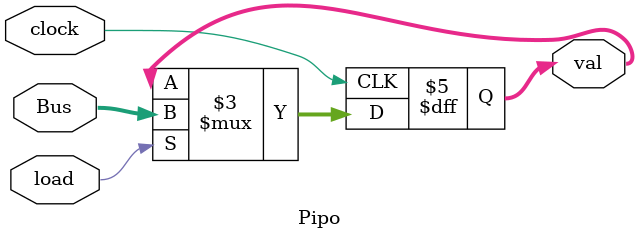
<source format=v>
module Pipo (val,load,clock,Bus);
    input [15:0] Bus;
    input load,clock ; 
    output reg[15:0] val;
	 
always@(posedge clock)
  if (load) 
    val=Bus;
endmodule















</source>
